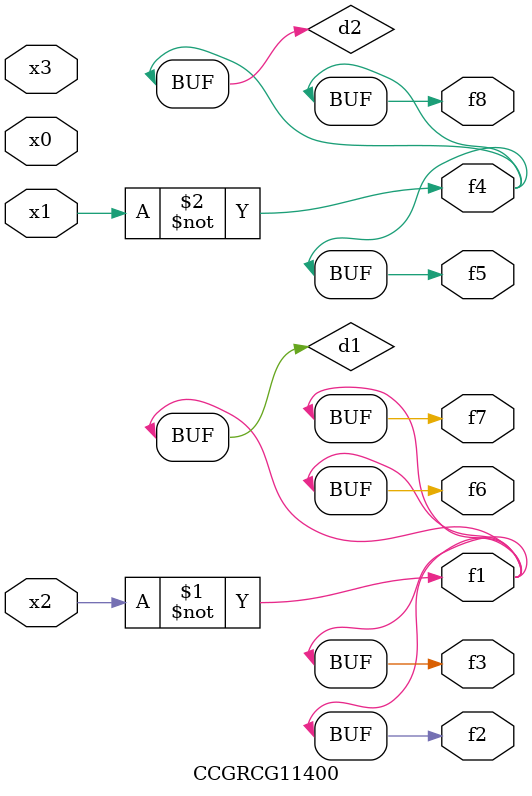
<source format=v>
module CCGRCG11400(
	input x0, x1, x2, x3,
	output f1, f2, f3, f4, f5, f6, f7, f8
);

	wire d1, d2;

	xnor (d1, x2);
	not (d2, x1);
	assign f1 = d1;
	assign f2 = d1;
	assign f3 = d1;
	assign f4 = d2;
	assign f5 = d2;
	assign f6 = d1;
	assign f7 = d1;
	assign f8 = d2;
endmodule

</source>
